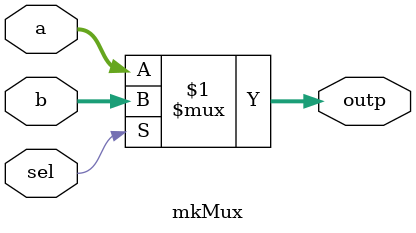
<source format=v>

`ifdef BSV_ASSIGNMENT_DELAY
`else
  `define BSV_ASSIGNMENT_DELAY
`endif

`ifdef BSV_POSITIVE_RESET
  `define BSV_RESET_VALUE 1'b1
  `define BSV_RESET_EDGE posedge
`else
  `define BSV_RESET_VALUE 1'b0
  `define BSV_RESET_EDGE negedge
`endif

module mkMux(sel,
	     a,
	     b,
	     outp);
  // value method outp
  input  sel;
  input  [15 : 0] a;
  input  [15 : 0] b;
  output [15 : 0] outp;

  // signals for module outputs
  wire [15 : 0] outp;

  // value method outp
  assign outp = sel ? b : a ;
endmodule  // mkMux


</source>
